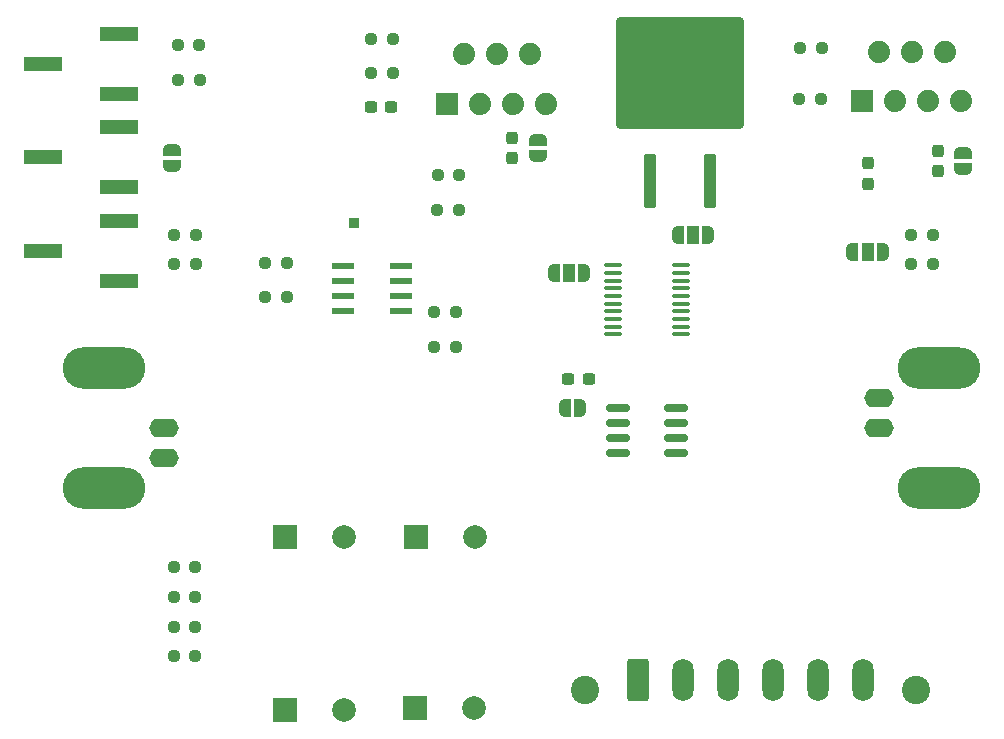
<source format=gbr>
%TF.GenerationSoftware,KiCad,Pcbnew,8.0.4*%
%TF.CreationDate,2024-12-24T16:07:24-06:00*%
%TF.ProjectId,opa548_revised,6f706135-3438-45f7-9265-76697365642e,rev?*%
%TF.SameCoordinates,Original*%
%TF.FileFunction,Soldermask,Top*%
%TF.FilePolarity,Negative*%
%FSLAX46Y46*%
G04 Gerber Fmt 4.6, Leading zero omitted, Abs format (unit mm)*
G04 Created by KiCad (PCBNEW 8.0.4) date 2024-12-24 16:07:24*
%MOMM*%
%LPD*%
G01*
G04 APERTURE LIST*
G04 Aperture macros list*
%AMRoundRect*
0 Rectangle with rounded corners*
0 $1 Rounding radius*
0 $2 $3 $4 $5 $6 $7 $8 $9 X,Y pos of 4 corners*
0 Add a 4 corners polygon primitive as box body*
4,1,4,$2,$3,$4,$5,$6,$7,$8,$9,$2,$3,0*
0 Add four circle primitives for the rounded corners*
1,1,$1+$1,$2,$3*
1,1,$1+$1,$4,$5*
1,1,$1+$1,$6,$7*
1,1,$1+$1,$8,$9*
0 Add four rect primitives between the rounded corners*
20,1,$1+$1,$2,$3,$4,$5,0*
20,1,$1+$1,$4,$5,$6,$7,0*
20,1,$1+$1,$6,$7,$8,$9,0*
20,1,$1+$1,$8,$9,$2,$3,0*%
%AMFreePoly0*
4,1,19,0.500000,-0.750000,0.000000,-0.750000,0.000000,-0.744911,-0.071157,-0.744911,-0.207708,-0.704816,-0.327430,-0.627875,-0.420627,-0.520320,-0.479746,-0.390866,-0.500000,-0.250000,-0.500000,0.250000,-0.479746,0.390866,-0.420627,0.520320,-0.327430,0.627875,-0.207708,0.704816,-0.071157,0.744911,0.000000,0.744911,0.000000,0.750000,0.500000,0.750000,0.500000,-0.750000,0.500000,-0.750000,
$1*%
%AMFreePoly1*
4,1,19,0.000000,0.744911,0.071157,0.744911,0.207708,0.704816,0.327430,0.627875,0.420627,0.520320,0.479746,0.390866,0.500000,0.250000,0.500000,-0.250000,0.479746,-0.390866,0.420627,-0.520320,0.327430,-0.627875,0.207708,-0.704816,0.071157,-0.744911,0.000000,-0.744911,0.000000,-0.750000,-0.500000,-0.750000,-0.500000,0.750000,0.000000,0.750000,0.000000,0.744911,0.000000,0.744911,
$1*%
%AMFreePoly2*
4,1,19,0.000000,0.744911,0.071157,0.744911,0.207708,0.704816,0.327430,0.627875,0.420627,0.520320,0.479746,0.390866,0.500000,0.250000,0.500000,-0.250000,0.479746,-0.390866,0.420627,-0.520320,0.327430,-0.627875,0.207708,-0.704816,0.071157,-0.744911,0.000000,-0.744911,0.000000,-0.750000,-0.550000,-0.750000,-0.550000,0.750000,0.000000,0.750000,0.000000,0.744911,0.000000,0.744911,
$1*%
%AMFreePoly3*
4,1,19,0.550000,-0.750000,0.000000,-0.750000,0.000000,-0.744911,-0.071157,-0.744911,-0.207708,-0.704816,-0.327430,-0.627875,-0.420627,-0.520320,-0.479746,-0.390866,-0.500000,-0.250000,-0.500000,0.250000,-0.479746,0.390866,-0.420627,0.520320,-0.327430,0.627875,-0.207708,0.704816,-0.071157,0.744911,0.000000,0.744911,0.000000,0.750000,0.550000,0.750000,0.550000,-0.750000,0.550000,-0.750000,
$1*%
G04 Aperture macros list end*
%ADD10RoundRect,0.275000X0.275000X-2.025000X0.275000X2.025000X-0.275000X2.025000X-0.275000X-2.025000X0*%
%ADD11RoundRect,0.250000X5.150000X-4.450000X5.150000X4.450000X-5.150000X4.450000X-5.150000X-4.450000X0*%
%ADD12FreePoly0,90.000000*%
%ADD13FreePoly1,90.000000*%
%ADD14R,1.879600X1.879600*%
%ADD15C,1.879600*%
%ADD16RoundRect,0.150000X-0.825000X-0.150000X0.825000X-0.150000X0.825000X0.150000X-0.825000X0.150000X0*%
%ADD17RoundRect,0.100000X-0.637500X-0.100000X0.637500X-0.100000X0.637500X0.100000X-0.637500X0.100000X0*%
%ADD18R,1.981200X0.558800*%
%ADD19R,0.850000X0.850000*%
%ADD20R,3.300000X1.190000*%
%ADD21RoundRect,0.237500X0.250000X0.237500X-0.250000X0.237500X-0.250000X-0.237500X0.250000X-0.237500X0*%
%ADD22RoundRect,0.237500X-0.250000X-0.237500X0.250000X-0.237500X0.250000X0.237500X-0.250000X0.237500X0*%
%ADD23FreePoly0,180.000000*%
%ADD24FreePoly1,180.000000*%
%ADD25FreePoly0,270.000000*%
%ADD26FreePoly1,270.000000*%
%ADD27FreePoly2,0.000000*%
%ADD28R,1.000000X1.500000*%
%ADD29FreePoly3,0.000000*%
%ADD30FreePoly3,180.000000*%
%ADD31FreePoly2,180.000000*%
%ADD32O,2.500000X1.600000*%
%ADD33O,7.000000X3.500000*%
%ADD34C,2.400000*%
%ADD35RoundRect,0.250000X-0.650000X-1.550000X0.650000X-1.550000X0.650000X1.550000X-0.650000X1.550000X0*%
%ADD36O,1.800000X3.600000*%
%ADD37RoundRect,0.237500X-0.300000X-0.237500X0.300000X-0.237500X0.300000X0.237500X-0.300000X0.237500X0*%
%ADD38R,2.000000X2.000000*%
%ADD39C,2.000000*%
%ADD40RoundRect,0.237500X0.237500X-0.300000X0.237500X0.300000X-0.237500X0.300000X-0.237500X-0.300000X0*%
G04 APERTURE END LIST*
D10*
%TO.C,R8*%
X106660000Y-46250000D03*
X111740000Y-46250000D03*
D11*
X109200000Y-37100000D03*
%TD*%
D12*
%TO.C,JP3*%
X66200000Y-44950000D03*
D13*
X66200000Y-43650000D03*
%TD*%
D14*
%TO.C,U2*%
X124618000Y-39500000D03*
D15*
X126015000Y-35309000D03*
X127412000Y-39500000D03*
X128809000Y-35309000D03*
X130206000Y-39500000D03*
X131603000Y-35309000D03*
X133000000Y-39500000D03*
%TD*%
D16*
%TO.C,U5*%
X103925000Y-65495000D03*
X103925000Y-66765000D03*
X103925000Y-68035000D03*
X103925000Y-69305000D03*
X108875000Y-69305000D03*
X108875000Y-68035000D03*
X108875000Y-66765000D03*
X108875000Y-65495000D03*
%TD*%
D17*
%TO.C,U4*%
X103537500Y-53375000D03*
X103537500Y-54025000D03*
X103537500Y-54675000D03*
X103537500Y-55325000D03*
X103537500Y-55975000D03*
X103537500Y-56625000D03*
X103537500Y-57275000D03*
X103537500Y-57925000D03*
X103537500Y-58575000D03*
X103537500Y-59225000D03*
X109262500Y-59225000D03*
X109262500Y-58575000D03*
X109262500Y-57925000D03*
X109262500Y-57275000D03*
X109262500Y-56625000D03*
X109262500Y-55975000D03*
X109262500Y-55325000D03*
X109262500Y-54675000D03*
X109262500Y-54025000D03*
X109262500Y-53375000D03*
%TD*%
D18*
%TO.C,U3*%
X85600000Y-53460000D03*
X85600000Y-54730000D03*
X85600000Y-56000000D03*
X85600000Y-57270000D03*
X80672400Y-57270000D03*
X80672400Y-56000000D03*
X80672400Y-54730000D03*
X80672400Y-53460000D03*
%TD*%
D14*
%TO.C,U1*%
X89506000Y-39700000D03*
D15*
X90903000Y-35509000D03*
X92300000Y-39700000D03*
X93697000Y-35509000D03*
X95094000Y-39700000D03*
X96491000Y-35509000D03*
X97888000Y-39700000D03*
%TD*%
D19*
%TO.C,TP1*%
X81600000Y-49800000D03*
%TD*%
D20*
%TO.C,RV3*%
X61700000Y-49660000D03*
X55300000Y-52200000D03*
X61700000Y-54740000D03*
%TD*%
%TO.C,RV2*%
X61700000Y-41710000D03*
X55300000Y-44250000D03*
X61700000Y-46790000D03*
%TD*%
%TO.C,RV1*%
X61700000Y-33760000D03*
X55300000Y-36300000D03*
X61700000Y-38840000D03*
%TD*%
D21*
%TO.C,R23*%
X68144823Y-78950000D03*
X66319823Y-78950000D03*
%TD*%
%TO.C,R22*%
X68144823Y-81460000D03*
X66319823Y-81460000D03*
%TD*%
%TO.C,R21*%
X68144823Y-83970000D03*
X66319823Y-83970000D03*
%TD*%
%TO.C,R20*%
X68144823Y-86480000D03*
X66319823Y-86480000D03*
%TD*%
D22*
%TO.C,R19*%
X74075000Y-56060000D03*
X75900000Y-56060000D03*
%TD*%
%TO.C,R18*%
X74075000Y-53160000D03*
X75900000Y-53160000D03*
%TD*%
%TO.C,R17*%
X66387500Y-53310000D03*
X68212500Y-53310000D03*
%TD*%
%TO.C,R16*%
X66387500Y-50800000D03*
X68212500Y-50800000D03*
%TD*%
%TO.C,R15*%
X128787500Y-53310000D03*
X130612500Y-53310000D03*
%TD*%
%TO.C,R14*%
X128787500Y-50800000D03*
X130612500Y-50800000D03*
%TD*%
%TO.C,R11*%
X119287500Y-39300000D03*
X121112500Y-39300000D03*
%TD*%
%TO.C,R10*%
X119387500Y-35000000D03*
X121212500Y-35000000D03*
%TD*%
%TO.C,R9*%
X83063000Y-37100000D03*
X84888000Y-37100000D03*
%TD*%
%TO.C,R7*%
X88663000Y-48700000D03*
X90488000Y-48700000D03*
%TD*%
%TO.C,R6*%
X88675500Y-45700000D03*
X90500500Y-45700000D03*
%TD*%
%TO.C,R5*%
X83063000Y-34200000D03*
X84888000Y-34200000D03*
%TD*%
%TO.C,R4*%
X88375000Y-60260000D03*
X90200000Y-60260000D03*
%TD*%
%TO.C,R3*%
X66687500Y-34700000D03*
X68512500Y-34700000D03*
%TD*%
%TO.C,R2*%
X66700000Y-37700000D03*
X68525000Y-37700000D03*
%TD*%
D21*
%TO.C,R1*%
X90200000Y-57360000D03*
X88375000Y-57360000D03*
%TD*%
D23*
%TO.C,JP24*%
X100750000Y-65500000D03*
D24*
X99450000Y-65500000D03*
%TD*%
D25*
%TO.C,JP23*%
X97200000Y-42800000D03*
D26*
X97200000Y-44100000D03*
%TD*%
D25*
%TO.C,JP22*%
X133200000Y-43900000D03*
D26*
X133200000Y-45200000D03*
%TD*%
D27*
%TO.C,JP21*%
X101100000Y-54000000D03*
D28*
X99800000Y-54000000D03*
D29*
X98500000Y-54000000D03*
%TD*%
D30*
%TO.C,JP20*%
X111600000Y-50800000D03*
D28*
X110300000Y-50800000D03*
D31*
X109000000Y-50800000D03*
%TD*%
%TO.C,JP2*%
X123800000Y-52242500D03*
D28*
X125100000Y-52242500D03*
D30*
X126400000Y-52242500D03*
%TD*%
D32*
%TO.C,J5*%
X126050000Y-67200000D03*
D33*
X131130000Y-62120000D03*
D32*
X126050000Y-64660000D03*
D33*
X131130000Y-72280000D03*
%TD*%
D34*
%TO.C,J2*%
X101130000Y-89367500D03*
X129180000Y-89367500D03*
D35*
X105630000Y-88467500D03*
D36*
X109440000Y-88467500D03*
X113250000Y-88467500D03*
X117060000Y-88467500D03*
X120870000Y-88467500D03*
X124680000Y-88467500D03*
%TD*%
D32*
%TO.C,J1*%
X65480000Y-67180000D03*
D33*
X60400000Y-72260000D03*
D32*
X65480000Y-69720000D03*
D33*
X60400000Y-62100000D03*
%TD*%
D37*
%TO.C,C10*%
X99737500Y-63000000D03*
X101462500Y-63000000D03*
%TD*%
D38*
%TO.C,C9*%
X86832323Y-76400000D03*
D39*
X91832323Y-76400000D03*
%TD*%
D38*
%TO.C,C8*%
X75732323Y-76400000D03*
D39*
X80732323Y-76400000D03*
%TD*%
D38*
%TO.C,C7*%
X75732323Y-91000000D03*
D39*
X80732323Y-91000000D03*
%TD*%
D38*
%TO.C,C6*%
X86732323Y-90900000D03*
D39*
X91732323Y-90900000D03*
%TD*%
D40*
%TO.C,C5*%
X125100000Y-46462500D03*
X125100000Y-44737500D03*
%TD*%
%TO.C,C4*%
X131000000Y-45425000D03*
X131000000Y-43700000D03*
%TD*%
D37*
%TO.C,C2*%
X83037500Y-40000000D03*
X84762500Y-40000000D03*
%TD*%
D40*
%TO.C,C1*%
X95000000Y-44312500D03*
X95000000Y-42587500D03*
%TD*%
M02*

</source>
